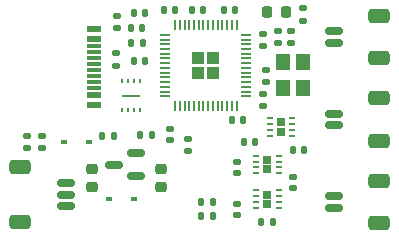
<source format=gbr>
%TF.GenerationSoftware,KiCad,Pcbnew,(6.0.5)*%
%TF.CreationDate,2022-10-09T22:16:16+01:00*%
%TF.ProjectId,PicoDrive,5069636f-4472-4697-9665-2e6b69636164,rev?*%
%TF.SameCoordinates,Original*%
%TF.FileFunction,Paste,Top*%
%TF.FilePolarity,Positive*%
%FSLAX46Y46*%
G04 Gerber Fmt 4.6, Leading zero omitted, Abs format (unit mm)*
G04 Created by KiCad (PCBNEW (6.0.5)) date 2022-10-09 22:16:16*
%MOMM*%
%LPD*%
G01*
G04 APERTURE LIST*
G04 Aperture macros list*
%AMRoundRect*
0 Rectangle with rounded corners*
0 $1 Rounding radius*
0 $2 $3 $4 $5 $6 $7 $8 $9 X,Y pos of 4 corners*
0 Add a 4 corners polygon primitive as box body*
4,1,4,$2,$3,$4,$5,$6,$7,$8,$9,$2,$3,0*
0 Add four circle primitives for the rounded corners*
1,1,$1+$1,$2,$3*
1,1,$1+$1,$4,$5*
1,1,$1+$1,$6,$7*
1,1,$1+$1,$8,$9*
0 Add four rect primitives between the rounded corners*
20,1,$1+$1,$2,$3,$4,$5,0*
20,1,$1+$1,$4,$5,$6,$7,0*
20,1,$1+$1,$6,$7,$8,$9,0*
20,1,$1+$1,$8,$9,$2,$3,0*%
G04 Aperture macros list end*
%ADD10RoundRect,0.150000X0.625000X-0.150000X0.625000X0.150000X-0.625000X0.150000X-0.625000X-0.150000X0*%
%ADD11RoundRect,0.250000X0.650000X-0.350000X0.650000X0.350000X-0.650000X0.350000X-0.650000X-0.350000X0*%
%ADD12RoundRect,0.250000X-0.650000X0.350000X-0.650000X-0.350000X0.650000X-0.350000X0.650000X0.350000X0*%
%ADD13RoundRect,0.150000X-0.625000X0.150000X-0.625000X-0.150000X0.625000X-0.150000X0.625000X0.150000X0*%
%ADD14R,0.600000X0.450000*%
%ADD15RoundRect,0.135000X-0.135000X-0.185000X0.135000X-0.185000X0.135000X0.185000X-0.135000X0.185000X0*%
%ADD16RoundRect,0.135000X0.135000X0.185000X-0.135000X0.185000X-0.135000X-0.185000X0.135000X-0.185000X0*%
%ADD17RoundRect,0.135000X-0.185000X0.135000X-0.185000X-0.135000X0.185000X-0.135000X0.185000X0.135000X0*%
%ADD18RoundRect,0.135000X0.185000X-0.135000X0.185000X0.135000X-0.185000X0.135000X-0.185000X-0.135000X0*%
%ADD19R,0.250000X0.300000*%
%ADD20R,1.600000X0.200000*%
%ADD21RoundRect,0.218750X0.218750X0.256250X-0.218750X0.256250X-0.218750X-0.256250X0.218750X-0.256250X0*%
%ADD22RoundRect,0.140000X0.140000X0.170000X-0.140000X0.170000X-0.140000X-0.170000X0.140000X-0.170000X0*%
%ADD23RoundRect,0.140000X-0.170000X0.140000X-0.170000X-0.140000X0.170000X-0.140000X0.170000X0.140000X0*%
%ADD24RoundRect,0.140000X0.170000X-0.140000X0.170000X0.140000X-0.170000X0.140000X-0.170000X-0.140000X0*%
%ADD25RoundRect,0.140000X-0.140000X-0.170000X0.140000X-0.170000X0.140000X0.170000X-0.140000X0.170000X0*%
%ADD26RoundRect,0.225000X-0.250000X0.225000X-0.250000X-0.225000X0.250000X-0.225000X0.250000X0.225000X0*%
%ADD27RoundRect,0.225000X0.250000X-0.225000X0.250000X0.225000X-0.250000X0.225000X-0.250000X-0.225000X0*%
%ADD28R,0.500000X0.250000*%
%ADD29R,0.750000X0.650000*%
%ADD30R,1.200000X1.400000*%
%ADD31R,1.160000X0.600000*%
%ADD32R,1.160000X0.300000*%
%ADD33RoundRect,0.250000X0.292217X-0.292217X0.292217X0.292217X-0.292217X0.292217X-0.292217X-0.292217X0*%
%ADD34RoundRect,0.050000X0.050000X-0.387500X0.050000X0.387500X-0.050000X0.387500X-0.050000X-0.387500X0*%
%ADD35RoundRect,0.050000X0.387500X-0.050000X0.387500X0.050000X-0.387500X0.050000X-0.387500X-0.050000X0*%
%ADD36RoundRect,0.150000X0.587500X0.150000X-0.587500X0.150000X-0.587500X-0.150000X0.587500X-0.150000X0*%
G04 APERTURE END LIST*
D10*
%TO.C,J1*%
X170085000Y-55110000D03*
X170085000Y-54110000D03*
D11*
X173960000Y-56410000D03*
X173960000Y-52810000D03*
%TD*%
D10*
%TO.C,J2*%
X170085000Y-62095000D03*
X170085000Y-61095000D03*
D11*
X173960000Y-63395000D03*
X173960000Y-59795000D03*
%TD*%
D10*
%TO.C,J3*%
X170085000Y-69080000D03*
X170085000Y-68080000D03*
D11*
X173960000Y-70380000D03*
X173960000Y-66780000D03*
%TD*%
D12*
%TO.C,J4*%
X143540000Y-65645000D03*
X143540000Y-70245000D03*
D13*
X147415000Y-68945000D03*
X147415000Y-67945000D03*
X147415000Y-66945000D03*
%TD*%
D14*
%TO.C,D1*%
X149386000Y-63500000D03*
X147286000Y-63500000D03*
%TD*%
D15*
%TO.C,R11*%
X159895000Y-68580000D03*
X158875000Y-68580000D03*
%TD*%
D16*
%TO.C,R10*%
X159895000Y-69723000D03*
X158875000Y-69723000D03*
%TD*%
D17*
%TO.C,R9*%
X144145000Y-64010000D03*
X144145000Y-62990000D03*
%TD*%
D18*
%TO.C,R8*%
X145415000Y-64010000D03*
X145415000Y-62990000D03*
%TD*%
D19*
%TO.C,U1*%
X152158000Y-60763000D03*
X152658000Y-60763000D03*
X153158000Y-60763000D03*
X153658000Y-60763000D03*
X153658000Y-58363000D03*
X153158000Y-58363000D03*
X152658000Y-58363000D03*
X152158000Y-58363000D03*
D20*
X152908000Y-59563000D03*
%TD*%
D17*
%TO.C,R12*%
X167513000Y-52195000D03*
X167513000Y-53215000D03*
%TD*%
D18*
%TO.C,R7*%
X157734000Y-64226500D03*
X157734000Y-63206500D03*
%TD*%
D15*
%TO.C,R6*%
X153926000Y-55118000D03*
X152906000Y-55118000D03*
%TD*%
D18*
%TO.C,R5*%
X151638000Y-56005000D03*
X151638000Y-57025000D03*
%TD*%
D17*
%TO.C,R4*%
X164338000Y-58422000D03*
X164338000Y-57402000D03*
%TD*%
D15*
%TO.C,R3*%
X153668000Y-62865000D03*
X154688000Y-62865000D03*
%TD*%
D16*
%TO.C,R2*%
X150493000Y-62992000D03*
X151513000Y-62992000D03*
%TD*%
D17*
%TO.C,R1*%
X151765000Y-53850000D03*
X151765000Y-52830000D03*
%TD*%
D21*
%TO.C,D3*%
X166014500Y-52451000D03*
X164439500Y-52451000D03*
%TD*%
D22*
%TO.C,C20*%
X164917000Y-70231000D03*
X163957000Y-70231000D03*
%TD*%
D23*
%TO.C,C19*%
X166624000Y-66449000D03*
X166624000Y-67409000D03*
%TD*%
D22*
%TO.C,C18*%
X167612000Y-64135000D03*
X166652000Y-64135000D03*
%TD*%
D23*
%TO.C,C17*%
X161925000Y-68735000D03*
X161925000Y-69695000D03*
%TD*%
D24*
%TO.C,C16*%
X161925000Y-66139000D03*
X161925000Y-65179000D03*
%TD*%
D22*
%TO.C,C15*%
X162461000Y-63500000D03*
X163421000Y-63500000D03*
%TD*%
%TO.C,C14*%
X153190000Y-52578000D03*
X154150000Y-52578000D03*
%TD*%
D25*
%TO.C,C13*%
X162405000Y-61671200D03*
X161445000Y-61671200D03*
%TD*%
%TO.C,C12*%
X161770000Y-52324000D03*
X160810000Y-52324000D03*
%TD*%
D22*
%TO.C,C11*%
X155730000Y-52324000D03*
X156690000Y-52324000D03*
%TD*%
D24*
%TO.C,C10*%
X165354000Y-54130000D03*
X165354000Y-55090000D03*
%TD*%
D23*
%TO.C,C9*%
X156210000Y-63345000D03*
X156210000Y-62385000D03*
%TD*%
D25*
%TO.C,C8*%
X159035500Y-52324000D03*
X158075500Y-52324000D03*
%TD*%
D22*
%TO.C,C7*%
X154150000Y-56642000D03*
X153190000Y-56642000D03*
%TD*%
D24*
%TO.C,C4*%
X164084000Y-54384000D03*
X164084000Y-55344000D03*
%TD*%
D22*
%TO.C,C2*%
X152936000Y-53848000D03*
X153896000Y-53848000D03*
%TD*%
D24*
%TO.C,C6*%
X166497000Y-54130000D03*
X166497000Y-55090000D03*
%TD*%
D23*
%TO.C,C5*%
X164084000Y-60424000D03*
X164084000Y-59464000D03*
%TD*%
D26*
%TO.C,C3*%
X155448000Y-65773000D03*
X155448000Y-67323000D03*
%TD*%
D27*
%TO.C,C1*%
X149606000Y-67323000D03*
X149606000Y-65773000D03*
%TD*%
D14*
%TO.C,D2*%
X151096000Y-68326000D03*
X153196000Y-68326000D03*
%TD*%
D28*
%TO.C,U6*%
X163515000Y-69095000D03*
X163515000Y-68595000D03*
X163515000Y-68095000D03*
X163515000Y-67595000D03*
X165415000Y-67595000D03*
X165415000Y-68095000D03*
X165415000Y-68595000D03*
X165415000Y-69095000D03*
D29*
X164465000Y-68745000D03*
X164465000Y-67945000D03*
%TD*%
%TO.C,U4*%
X165608000Y-62630000D03*
X165608000Y-61830000D03*
D28*
X166558000Y-62980000D03*
X166558000Y-62480000D03*
X166558000Y-61980000D03*
X166558000Y-61480000D03*
X164658000Y-61480000D03*
X164658000Y-61980000D03*
X164658000Y-62480000D03*
X164658000Y-62980000D03*
%TD*%
D30*
%TO.C,Y1*%
X165774000Y-58885000D03*
X165774000Y-56685000D03*
X167474000Y-56685000D03*
X167474000Y-58885000D03*
%TD*%
D28*
%TO.C,U5*%
X163515000Y-66155000D03*
X163515000Y-65655000D03*
X163515000Y-65155000D03*
X163515000Y-64655000D03*
X165415000Y-64655000D03*
X165415000Y-65155000D03*
X165415000Y-65655000D03*
X165415000Y-66155000D03*
D29*
X164465000Y-65005000D03*
X164465000Y-65805000D03*
%TD*%
D31*
%TO.C,P1*%
X149830000Y-53950000D03*
X149830000Y-54750000D03*
D32*
X149830000Y-55900000D03*
X149830000Y-56900000D03*
X149830000Y-57400000D03*
X149830000Y-58400000D03*
D31*
X149830000Y-59550000D03*
X149830000Y-60350000D03*
X149830000Y-60350000D03*
X149830000Y-59550000D03*
D32*
X149830000Y-58900000D03*
X149830000Y-57900000D03*
X149830000Y-56400000D03*
X149830000Y-55400000D03*
D31*
X149830000Y-54750000D03*
X149830000Y-53950000D03*
%TD*%
D33*
%TO.C,U3*%
X158620500Y-56385500D03*
X159895500Y-57660500D03*
X159895500Y-56385500D03*
X158620500Y-57660500D03*
D34*
X156658000Y-60460500D03*
X157058000Y-60460500D03*
X157458000Y-60460500D03*
X157858000Y-60460500D03*
X158258000Y-60460500D03*
X158658000Y-60460500D03*
X159058000Y-60460500D03*
X159458000Y-60460500D03*
X159858000Y-60460500D03*
X160258000Y-60460500D03*
X160658000Y-60460500D03*
X161058000Y-60460500D03*
X161458000Y-60460500D03*
X161858000Y-60460500D03*
D35*
X162695500Y-59623000D03*
X162695500Y-59223000D03*
X162695500Y-58823000D03*
X162695500Y-58423000D03*
X162695500Y-58023000D03*
X162695500Y-57623000D03*
X162695500Y-57223000D03*
X162695500Y-56823000D03*
X162695500Y-56423000D03*
X162695500Y-56023000D03*
X162695500Y-55623000D03*
X162695500Y-55223000D03*
X162695500Y-54823000D03*
X162695500Y-54423000D03*
D34*
X161858000Y-53585500D03*
X161458000Y-53585500D03*
X161058000Y-53585500D03*
X160658000Y-53585500D03*
X160258000Y-53585500D03*
X159858000Y-53585500D03*
X159458000Y-53585500D03*
X159058000Y-53585500D03*
X158658000Y-53585500D03*
X158258000Y-53585500D03*
X157858000Y-53585500D03*
X157458000Y-53585500D03*
X157058000Y-53585500D03*
X156658000Y-53585500D03*
D35*
X155820500Y-54423000D03*
X155820500Y-54823000D03*
X155820500Y-55223000D03*
X155820500Y-55623000D03*
X155820500Y-56023000D03*
X155820500Y-56423000D03*
X155820500Y-56823000D03*
X155820500Y-57223000D03*
X155820500Y-57623000D03*
X155820500Y-58023000D03*
X155820500Y-58423000D03*
X155820500Y-58823000D03*
X155820500Y-59223000D03*
X155820500Y-59623000D03*
%TD*%
D36*
%TO.C,U2*%
X151462500Y-65405000D03*
X153337500Y-64455000D03*
X153337500Y-66355000D03*
%TD*%
M02*

</source>
